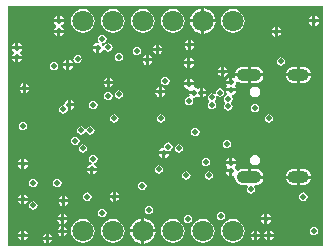
<source format=gbr>
%TF.GenerationSoftware,Altium Limited,Altium Designer,19.0.15 (446)*%
G04 Layer_Physical_Order=2*
G04 Layer_Color=5220458*
%FSLAX45Y45*%
%MOMM*%
%TF.FileFunction,Copper,L2,Inr,Signal*%
%TF.Part,Single*%
G01*
G75*
%TA.AperFunction,ComponentPad*%
%ADD31C,1.80000*%
G04:AMPARAMS|DCode=32|XSize=1mm|YSize=1.8mm|CornerRadius=0.5mm|HoleSize=0mm|Usage=FLASHONLY|Rotation=90.000|XOffset=0mm|YOffset=0mm|HoleType=Round|Shape=RoundedRectangle|*
%AMROUNDEDRECTD32*
21,1,1.00000,0.80000,0,0,90.0*
21,1,0.00000,1.80000,0,0,90.0*
1,1,1.00000,0.40000,0.00000*
1,1,1.00000,0.40000,0.00000*
1,1,1.00000,-0.40000,0.00000*
1,1,1.00000,-0.40000,0.00000*
%
%ADD32ROUNDEDRECTD32*%
G04:AMPARAMS|DCode=33|XSize=1mm|YSize=2.1mm|CornerRadius=0.5mm|HoleSize=0mm|Usage=FLASHONLY|Rotation=90.000|XOffset=0mm|YOffset=0mm|HoleType=Round|Shape=RoundedRectangle|*
%AMROUNDEDRECTD33*
21,1,1.00000,1.10000,0,0,90.0*
21,1,0.00000,2.10000,0,0,90.0*
1,1,1.00000,0.55000,0.00000*
1,1,1.00000,0.55000,0.00000*
1,1,1.00000,-0.55000,0.00000*
1,1,1.00000,-0.55000,0.00000*
%
%ADD33ROUNDEDRECTD33*%
%TA.AperFunction,ViaPad*%
%ADD34C,0.50000*%
G36*
X11938000Y5207000D02*
X9271000D01*
Y7239000D01*
X11938000D01*
Y5207000D01*
D02*
G37*
%LPC*%
G36*
X11874500Y7153316D02*
Y7124700D01*
X11903116D01*
X11902305Y7128778D01*
X11892801Y7143001D01*
X11878578Y7152505D01*
X11874500Y7153316D01*
D02*
G37*
G36*
X11849100D02*
X11845022Y7152505D01*
X11830799Y7143001D01*
X11821295Y7128778D01*
X11820484Y7124700D01*
X11849100D01*
Y7153316D01*
D02*
G37*
G36*
X10934700Y7219260D02*
Y7124700D01*
X11029260D01*
X11027220Y7140193D01*
X11016338Y7166466D01*
X10999026Y7189026D01*
X10976466Y7206338D01*
X10950193Y7217220D01*
X10934700Y7219260D01*
D02*
G37*
G36*
X10909300D02*
X10893807Y7217220D01*
X10867534Y7206338D01*
X10844974Y7189026D01*
X10827662Y7166466D01*
X10816780Y7140193D01*
X10814740Y7124700D01*
X10909300D01*
Y7219260D01*
D02*
G37*
G36*
X9715500Y7153316D02*
Y7124700D01*
X9744116D01*
X9743305Y7128778D01*
X9733801Y7143001D01*
X9719578Y7152505D01*
X9715500Y7153316D01*
D02*
G37*
G36*
X9690100D02*
X9686022Y7152505D01*
X9671799Y7143001D01*
X9662295Y7128778D01*
X9661484Y7124700D01*
X9690100D01*
Y7153316D01*
D02*
G37*
G36*
X11903116Y7099300D02*
X11874500D01*
Y7070684D01*
X11878578Y7071495D01*
X11892801Y7080999D01*
X11902305Y7095222D01*
X11903116Y7099300D01*
D02*
G37*
G36*
X11849100D02*
X11820484D01*
X11821295Y7095222D01*
X11830799Y7080999D01*
X11845022Y7071495D01*
X11849100Y7070684D01*
Y7099300D01*
D02*
G37*
G36*
X9744116D02*
X9661484D01*
X9662295Y7095222D01*
X9671799Y7080999D01*
X9681325Y7074634D01*
Y7060466D01*
X9671799Y7054101D01*
X9662295Y7039878D01*
X9661484Y7035800D01*
X9744116D01*
X9743305Y7039878D01*
X9733801Y7054101D01*
X9724275Y7060466D01*
Y7074634D01*
X9733801Y7080999D01*
X9743305Y7095222D01*
X9744116Y7099300D01*
D02*
G37*
G36*
X11557000Y7062916D02*
Y7034300D01*
X11585616D01*
X11584805Y7038378D01*
X11575301Y7052601D01*
X11561078Y7062105D01*
X11557000Y7062916D01*
D02*
G37*
G36*
X11531600D02*
X11527522Y7062105D01*
X11513299Y7052601D01*
X11503795Y7038378D01*
X11502984Y7034300D01*
X11531600D01*
Y7062916D01*
D02*
G37*
G36*
X11176000Y7212863D02*
X11149895Y7209426D01*
X11125569Y7199350D01*
X11104679Y7183321D01*
X11088650Y7162431D01*
X11078574Y7138105D01*
X11075137Y7112000D01*
X11078574Y7085895D01*
X11088650Y7061569D01*
X11104679Y7040679D01*
X11125569Y7024650D01*
X11149895Y7014574D01*
X11176000Y7011137D01*
X11202105Y7014574D01*
X11226431Y7024650D01*
X11247321Y7040679D01*
X11263350Y7061569D01*
X11273426Y7085895D01*
X11276863Y7112000D01*
X11273426Y7138105D01*
X11263350Y7162431D01*
X11247321Y7183321D01*
X11226431Y7199350D01*
X11202105Y7209426D01*
X11176000Y7212863D01*
D02*
G37*
G36*
X10668000D02*
X10641895Y7209426D01*
X10617569Y7199350D01*
X10596679Y7183321D01*
X10580650Y7162431D01*
X10570574Y7138105D01*
X10567137Y7112000D01*
X10570574Y7085895D01*
X10580650Y7061569D01*
X10596679Y7040679D01*
X10617569Y7024650D01*
X10641895Y7014574D01*
X10668000Y7011137D01*
X10694105Y7014574D01*
X10718431Y7024650D01*
X10739321Y7040679D01*
X10755350Y7061569D01*
X10765426Y7085895D01*
X10768863Y7112000D01*
X10765426Y7138105D01*
X10755350Y7162431D01*
X10739321Y7183321D01*
X10718431Y7199350D01*
X10694105Y7209426D01*
X10668000Y7212863D01*
D02*
G37*
G36*
X10414000D02*
X10387895Y7209426D01*
X10363569Y7199350D01*
X10342679Y7183321D01*
X10326650Y7162431D01*
X10316574Y7138105D01*
X10313137Y7112000D01*
X10316574Y7085895D01*
X10326650Y7061569D01*
X10342679Y7040679D01*
X10363569Y7024650D01*
X10387895Y7014574D01*
X10414000Y7011137D01*
X10440105Y7014574D01*
X10464431Y7024650D01*
X10485321Y7040679D01*
X10501350Y7061569D01*
X10511426Y7085895D01*
X10514863Y7112000D01*
X10511426Y7138105D01*
X10501350Y7162431D01*
X10485321Y7183321D01*
X10464431Y7199350D01*
X10440105Y7209426D01*
X10414000Y7212863D01*
D02*
G37*
G36*
X10160000D02*
X10133895Y7209426D01*
X10109569Y7199350D01*
X10088679Y7183321D01*
X10072650Y7162431D01*
X10062574Y7138105D01*
X10059137Y7112000D01*
X10062574Y7085895D01*
X10072650Y7061569D01*
X10088679Y7040679D01*
X10109569Y7024650D01*
X10133895Y7014574D01*
X10160000Y7011137D01*
X10186105Y7014574D01*
X10210431Y7024650D01*
X10231321Y7040679D01*
X10247350Y7061569D01*
X10257426Y7085895D01*
X10260863Y7112000D01*
X10257426Y7138105D01*
X10247350Y7162431D01*
X10231321Y7183321D01*
X10210431Y7199350D01*
X10186105Y7209426D01*
X10160000Y7212863D01*
D02*
G37*
G36*
X9906000D02*
X9879895Y7209426D01*
X9855569Y7199350D01*
X9834679Y7183321D01*
X9818650Y7162431D01*
X9808574Y7138105D01*
X9805137Y7112000D01*
X9808574Y7085895D01*
X9818650Y7061569D01*
X9834679Y7040679D01*
X9855569Y7024650D01*
X9879895Y7014574D01*
X9906000Y7011137D01*
X9932105Y7014574D01*
X9956431Y7024650D01*
X9977321Y7040679D01*
X9993350Y7061569D01*
X10003426Y7085895D01*
X10006863Y7112000D01*
X10003426Y7138105D01*
X9993350Y7162431D01*
X9977321Y7183321D01*
X9956431Y7199350D01*
X9932105Y7209426D01*
X9906000Y7212863D01*
D02*
G37*
G36*
X11029260Y7099300D02*
X10934700D01*
Y7004740D01*
X10950193Y7006780D01*
X10976466Y7017662D01*
X10999026Y7034974D01*
X11016338Y7057534D01*
X11027220Y7083807D01*
X11029260Y7099300D01*
D02*
G37*
G36*
X10909300D02*
X10814740D01*
X10816780Y7083807D01*
X10827662Y7057534D01*
X10844974Y7034974D01*
X10867534Y7017662D01*
X10893807Y7006780D01*
X10909300Y7004740D01*
Y7099300D01*
D02*
G37*
G36*
X9744116Y7010400D02*
X9715500D01*
Y6981784D01*
X9719578Y6982595D01*
X9733801Y6992099D01*
X9743305Y7006322D01*
X9744116Y7010400D01*
D02*
G37*
G36*
X9690100D02*
X9661484D01*
X9662295Y7006322D01*
X9671799Y6992099D01*
X9686022Y6982595D01*
X9690100Y6981784D01*
Y7010400D01*
D02*
G37*
G36*
X11585616Y7008900D02*
X11557000D01*
Y6980284D01*
X11561078Y6981095D01*
X11575301Y6990599D01*
X11584805Y7004822D01*
X11585616Y7008900D01*
D02*
G37*
G36*
X11531600D02*
X11502984D01*
X11503795Y7004822D01*
X11513299Y6990599D01*
X11527522Y6981095D01*
X11531600Y6980284D01*
Y7008900D01*
D02*
G37*
G36*
X10071100Y6995286D02*
X10057444Y6992569D01*
X10045866Y6984834D01*
X10038131Y6973256D01*
X10035414Y6959600D01*
X10038131Y6945944D01*
X10043350Y6938133D01*
X10036430Y6926560D01*
X10033000Y6927242D01*
X10016222Y6923905D01*
X10001999Y6914401D01*
X9992495Y6900178D01*
X9991684Y6896100D01*
X10033000D01*
Y6883400D01*
X10045700D01*
Y6842084D01*
X10049778Y6842895D01*
X10064001Y6852399D01*
X10073505Y6866622D01*
X10075512Y6876711D01*
X10088461D01*
X10088931Y6874348D01*
X10096666Y6862771D01*
X10108244Y6855035D01*
X10121900Y6852319D01*
X10135556Y6855035D01*
X10147134Y6862771D01*
X10154869Y6874348D01*
X10157586Y6888005D01*
X10154869Y6901661D01*
X10147134Y6913238D01*
X10135556Y6920974D01*
X10121900Y6923690D01*
X10108244Y6920974D01*
X10096666Y6913238D01*
X10088931Y6901661D01*
X10087545Y6894694D01*
X10074596D01*
X10073505Y6900178D01*
X10065561Y6912067D01*
X10069755Y6921617D01*
X10071679Y6924030D01*
X10084756Y6926631D01*
X10096334Y6934366D01*
X10104069Y6945944D01*
X10106786Y6959600D01*
X10104069Y6973256D01*
X10096334Y6984834D01*
X10084756Y6992569D01*
X10071100Y6995286D01*
D02*
G37*
G36*
X10820400Y6950116D02*
Y6921500D01*
X10849016D01*
X10848205Y6925578D01*
X10838701Y6939801D01*
X10824478Y6949305D01*
X10820400Y6950116D01*
D02*
G37*
G36*
X10795000D02*
X10790922Y6949305D01*
X10776699Y6939801D01*
X10767195Y6925578D01*
X10766384Y6921500D01*
X10795000D01*
Y6950116D01*
D02*
G37*
G36*
X9359900Y6924716D02*
Y6896100D01*
X9388516D01*
X9387705Y6900178D01*
X9378201Y6914401D01*
X9363978Y6923905D01*
X9359900Y6924716D01*
D02*
G37*
G36*
X9334500D02*
X9330422Y6923905D01*
X9316199Y6914401D01*
X9306695Y6900178D01*
X9305884Y6896100D01*
X9334500D01*
Y6924716D01*
D02*
G37*
G36*
X10550770Y6912016D02*
Y6883400D01*
X10579386D01*
X10578575Y6887478D01*
X10569071Y6901701D01*
X10554847Y6911205D01*
X10550770Y6912016D01*
D02*
G37*
G36*
X10525370D02*
X10521292Y6911205D01*
X10507068Y6901701D01*
X10497564Y6887478D01*
X10496753Y6883400D01*
X10525370D01*
Y6912016D01*
D02*
G37*
G36*
X10849016Y6896100D02*
X10820400D01*
Y6867484D01*
X10824478Y6868295D01*
X10838701Y6877799D01*
X10848205Y6892022D01*
X10849016Y6896100D01*
D02*
G37*
G36*
X10795000D02*
X10766384D01*
X10767195Y6892022D01*
X10776699Y6877799D01*
X10790922Y6868295D01*
X10795000Y6867484D01*
Y6896100D01*
D02*
G37*
G36*
X10020300Y6870700D02*
X9991684D01*
X9992495Y6866622D01*
X10001999Y6852399D01*
X10016222Y6842895D01*
X10020300Y6842084D01*
Y6870700D01*
D02*
G37*
G36*
X10579386Y6858000D02*
X10550770D01*
Y6829384D01*
X10554847Y6830195D01*
X10569071Y6839699D01*
X10578575Y6853922D01*
X10579386Y6858000D01*
D02*
G37*
G36*
X10525370D02*
X10496753D01*
X10497564Y6853922D01*
X10507068Y6839699D01*
X10521292Y6830195D01*
X10525370Y6829384D01*
Y6858000D01*
D02*
G37*
G36*
X10363200Y6893686D02*
X10349544Y6890969D01*
X10337966Y6883234D01*
X10330231Y6871656D01*
X10327514Y6858000D01*
X10330231Y6844344D01*
X10337966Y6832766D01*
X10349544Y6825031D01*
X10363200Y6822314D01*
X10376856Y6825031D01*
X10388434Y6832766D01*
X10396169Y6844344D01*
X10398886Y6858000D01*
X10396169Y6871656D01*
X10388434Y6883234D01*
X10376856Y6890969D01*
X10363200Y6893686D01*
D02*
G37*
G36*
X9388516Y6870700D02*
X9305884D01*
X9306695Y6866622D01*
X9316199Y6852399D01*
X9319617Y6850115D01*
Y6837415D01*
X9316199Y6835131D01*
X9306695Y6820908D01*
X9305884Y6816830D01*
X9388516D01*
X9387705Y6820908D01*
X9378201Y6835131D01*
X9374783Y6837415D01*
Y6850115D01*
X9378201Y6852399D01*
X9387705Y6866622D01*
X9388516Y6870700D01*
D02*
G37*
G36*
X10464800Y6823116D02*
Y6794500D01*
X10493416D01*
X10492605Y6798578D01*
X10483101Y6812801D01*
X10468878Y6822305D01*
X10464800Y6823116D01*
D02*
G37*
G36*
X10439400D02*
X10435322Y6822305D01*
X10421099Y6812801D01*
X10411595Y6798578D01*
X10410784Y6794500D01*
X10439400D01*
Y6823116D01*
D02*
G37*
G36*
X10210800Y6842886D02*
X10197144Y6840169D01*
X10185566Y6832434D01*
X10177831Y6820856D01*
X10175114Y6807200D01*
X10177831Y6793544D01*
X10185566Y6781966D01*
X10197144Y6774231D01*
X10210800Y6771514D01*
X10224456Y6774231D01*
X10236034Y6781966D01*
X10243769Y6793544D01*
X10246486Y6807200D01*
X10243769Y6820856D01*
X10236034Y6832434D01*
X10224456Y6840169D01*
X10210800Y6842886D01*
D02*
G37*
G36*
X10816400Y6797716D02*
Y6769100D01*
X10845016D01*
X10844205Y6773178D01*
X10834701Y6787401D01*
X10820478Y6796905D01*
X10816400Y6797716D01*
D02*
G37*
G36*
X10791000D02*
X10786922Y6796905D01*
X10772699Y6787401D01*
X10763195Y6773178D01*
X10762384Y6769100D01*
X10791000D01*
Y6797716D01*
D02*
G37*
G36*
X9388516Y6791430D02*
X9359900D01*
Y6762814D01*
X9363978Y6763625D01*
X9378201Y6773129D01*
X9387705Y6787352D01*
X9388516Y6791430D01*
D02*
G37*
G36*
X9334500D02*
X9305884D01*
X9306695Y6787352D01*
X9316199Y6773129D01*
X9330422Y6763625D01*
X9334500Y6762814D01*
Y6791430D01*
D02*
G37*
G36*
X9791700Y6782962D02*
Y6754345D01*
X9820316D01*
X9819505Y6758423D01*
X9810001Y6772647D01*
X9795778Y6782151D01*
X9791700Y6782962D01*
D02*
G37*
G36*
X9766300D02*
X9762222Y6782151D01*
X9747999Y6772647D01*
X9738495Y6758423D01*
X9737684Y6754345D01*
X9766300D01*
Y6782962D01*
D02*
G37*
G36*
X9860689Y6824697D02*
X9847033Y6821980D01*
X9835455Y6814245D01*
X9827720Y6802667D01*
X9825003Y6789011D01*
X9827720Y6775355D01*
X9835455Y6763777D01*
X9847033Y6756042D01*
X9860689Y6753325D01*
X9874345Y6756042D01*
X9885923Y6763777D01*
X9893658Y6775355D01*
X9896375Y6789011D01*
X9893658Y6802667D01*
X9885923Y6814245D01*
X9874345Y6821980D01*
X9860689Y6824697D01*
D02*
G37*
G36*
X10493416Y6769100D02*
X10464800D01*
Y6740484D01*
X10468878Y6741295D01*
X10483101Y6750799D01*
X10492605Y6765022D01*
X10493416Y6769100D01*
D02*
G37*
G36*
X10439400D02*
X10410784D01*
X10411595Y6765022D01*
X10421099Y6750799D01*
X10435322Y6741295D01*
X10439400Y6740484D01*
Y6769100D01*
D02*
G37*
G36*
X11582400Y6804786D02*
X11568744Y6802069D01*
X11557166Y6794334D01*
X11549431Y6782756D01*
X11546714Y6769100D01*
X11549431Y6755444D01*
X11557166Y6743866D01*
X11568744Y6736131D01*
X11582400Y6733414D01*
X11596056Y6736131D01*
X11607634Y6743866D01*
X11615369Y6755444D01*
X11618086Y6769100D01*
X11615369Y6782756D01*
X11607634Y6794334D01*
X11596056Y6802069D01*
X11582400Y6804786D01*
D02*
G37*
G36*
X10845016Y6743700D02*
X10816400D01*
Y6715084D01*
X10820478Y6715895D01*
X10834701Y6725399D01*
X10844205Y6739622D01*
X10845016Y6743700D01*
D02*
G37*
G36*
X10791000D02*
X10762384D01*
X10763195Y6739622D01*
X10772699Y6725399D01*
X10786922Y6715895D01*
X10791000Y6715084D01*
Y6743700D01*
D02*
G37*
G36*
X9820316Y6728945D02*
X9791700D01*
Y6700329D01*
X9795778Y6701140D01*
X9810001Y6710644D01*
X9819505Y6724868D01*
X9820316Y6728945D01*
D02*
G37*
G36*
X9766300D02*
X9737684D01*
X9738495Y6724868D01*
X9747999Y6710644D01*
X9762222Y6701140D01*
X9766300Y6700329D01*
Y6728945D01*
D02*
G37*
G36*
X11102700Y6724261D02*
Y6695644D01*
X11131316D01*
X11130505Y6699722D01*
X11121001Y6713946D01*
X11106778Y6723450D01*
X11102700Y6724261D01*
D02*
G37*
G36*
X11077300D02*
X11073222Y6723450D01*
X11058999Y6713946D01*
X11049495Y6699722D01*
X11048684Y6695644D01*
X11077300D01*
Y6724261D01*
D02*
G37*
G36*
X9661257Y6766686D02*
X9647601Y6763969D01*
X9636024Y6756234D01*
X9628288Y6744656D01*
X9625572Y6731000D01*
X9628288Y6717344D01*
X9636024Y6705766D01*
X9647601Y6698031D01*
X9661257Y6695314D01*
X9674914Y6698031D01*
X9686491Y6705766D01*
X9694226Y6717344D01*
X9696943Y6731000D01*
X9694226Y6744656D01*
X9686491Y6756234D01*
X9674914Y6763969D01*
X9661257Y6766686D01*
D02*
G37*
G36*
X11368250Y6723587D02*
X11325950D01*
Y6667701D01*
X11435165D01*
X11434500Y6672751D01*
X11427648Y6689293D01*
X11416748Y6703498D01*
X11402543Y6714398D01*
X11386002Y6721249D01*
X11368250Y6723587D01*
D02*
G37*
G36*
X11300550D02*
X11258250D01*
X11240498Y6721249D01*
X11223956Y6714398D01*
X11209752Y6703498D01*
X11198852Y6689293D01*
X11192000Y6672751D01*
X11191335Y6667701D01*
X11300550D01*
Y6723587D01*
D02*
G37*
G36*
X11771250D02*
X11743950D01*
Y6667700D01*
X11838164D01*
X11837499Y6672751D01*
X11830647Y6689293D01*
X11819748Y6703498D01*
X11805543Y6714398D01*
X11789001Y6721249D01*
X11771250Y6723587D01*
D02*
G37*
G36*
X11718550D02*
X11691250D01*
X11673498Y6721249D01*
X11656957Y6714398D01*
X11642752Y6703498D01*
X11631852Y6689293D01*
X11625000Y6672751D01*
X11624335Y6667700D01*
X11718550D01*
Y6723587D01*
D02*
G37*
G36*
X11131316Y6670244D02*
X11102700D01*
Y6641628D01*
X11106778Y6642439D01*
X11121001Y6651943D01*
X11130505Y6666167D01*
X11131316Y6670244D01*
D02*
G37*
G36*
X11077300D02*
X11048684D01*
X11049495Y6666167D01*
X11058999Y6651943D01*
X11073222Y6642439D01*
X11077300Y6641628D01*
Y6670244D01*
D02*
G37*
G36*
X11300550Y6642301D02*
X11191335D01*
X11192000Y6637248D01*
X11192195Y6636778D01*
X11181936Y6628358D01*
X11176778Y6631805D01*
X11172700Y6632616D01*
Y6591300D01*
X11160000D01*
Y6578600D01*
X11118684D01*
X11119495Y6574522D01*
X11128999Y6560299D01*
Y6558801D01*
X11119495Y6544578D01*
X11118684Y6540500D01*
X11201316D01*
X11200505Y6544578D01*
X11191001Y6558801D01*
Y6560299D01*
X11200505Y6574522D01*
X11203842Y6591300D01*
X11202967Y6595700D01*
X11214491Y6602865D01*
X11223956Y6595602D01*
X11240498Y6588750D01*
X11258250Y6586413D01*
X11300550D01*
Y6642301D01*
D02*
G37*
G36*
X11147300Y6632616D02*
X11143222Y6631805D01*
X11128999Y6622301D01*
X11119495Y6608078D01*
X11118684Y6604000D01*
X11147300D01*
Y6632616D01*
D02*
G37*
G36*
X10134600D02*
Y6604000D01*
X10163216D01*
X10162405Y6608078D01*
X10152901Y6622301D01*
X10138678Y6631805D01*
X10134600Y6632616D01*
D02*
G37*
G36*
X10109200D02*
X10105122Y6631805D01*
X10090899Y6622301D01*
X10081395Y6608078D01*
X10080584Y6604000D01*
X10109200D01*
Y6632616D01*
D02*
G37*
G36*
X10816400Y6619916D02*
Y6591300D01*
X10845016D01*
X10844205Y6595378D01*
X10834701Y6609601D01*
X10820478Y6619105D01*
X10816400Y6619916D01*
D02*
G37*
G36*
X10791000D02*
X10786922Y6619105D01*
X10772699Y6609601D01*
X10763195Y6595378D01*
X10762384Y6591300D01*
X10791000D01*
Y6619916D01*
D02*
G37*
G36*
X11838164Y6642300D02*
X11743950D01*
Y6586413D01*
X11771250D01*
X11789001Y6588750D01*
X11805543Y6595602D01*
X11819748Y6606502D01*
X11830647Y6620707D01*
X11837499Y6637248D01*
X11838164Y6642300D01*
D02*
G37*
G36*
X11718550D02*
X11624335D01*
X11625000Y6637248D01*
X11631852Y6620707D01*
X11642752Y6606502D01*
X11656957Y6595602D01*
X11673498Y6588750D01*
X11691250Y6586413D01*
X11718550D01*
Y6642300D01*
D02*
G37*
G36*
X11435165Y6642301D02*
X11325950D01*
Y6586413D01*
X11368250D01*
X11386002Y6588750D01*
X11402543Y6595602D01*
X11416748Y6606502D01*
X11427648Y6620707D01*
X11434500Y6637248D01*
X11435165Y6642301D01*
D02*
G37*
G36*
X10604500Y6639686D02*
X10590844Y6636969D01*
X10579266Y6629234D01*
X10571531Y6617656D01*
X10568814Y6604000D01*
X10571531Y6590344D01*
X10579266Y6578766D01*
X10590844Y6571031D01*
X10604500Y6568314D01*
X10618156Y6571031D01*
X10629734Y6578766D01*
X10637469Y6590344D01*
X10640186Y6604000D01*
X10637469Y6617656D01*
X10629734Y6629234D01*
X10618156Y6636969D01*
X10604500Y6639686D01*
D02*
G37*
G36*
X9423400Y6584316D02*
Y6555700D01*
X9452016D01*
X9451205Y6559778D01*
X9441701Y6574001D01*
X9427478Y6583505D01*
X9423400Y6584316D01*
D02*
G37*
G36*
X9398000D02*
X9393922Y6583505D01*
X9379699Y6574001D01*
X9370195Y6559778D01*
X9369384Y6555700D01*
X9398000D01*
Y6584316D01*
D02*
G37*
G36*
X10163216Y6578600D02*
X10134600D01*
Y6549984D01*
X10138678Y6550795D01*
X10152901Y6560299D01*
X10162405Y6574522D01*
X10163216Y6578600D01*
D02*
G37*
G36*
X10109200D02*
X10080584D01*
X10081395Y6574522D01*
X10090899Y6560299D01*
X10105122Y6550795D01*
X10109200Y6549984D01*
Y6578600D01*
D02*
G37*
G36*
X10574360Y6553316D02*
Y6524700D01*
X10602976D01*
X10602165Y6528778D01*
X10592661Y6543001D01*
X10578438Y6552505D01*
X10574360Y6553316D01*
D02*
G37*
G36*
X10548960D02*
X10544882Y6552505D01*
X10530659Y6543001D01*
X10521155Y6528778D01*
X10520344Y6524700D01*
X10548960D01*
Y6553316D01*
D02*
G37*
G36*
X10922000Y6547484D02*
Y6518868D01*
X10950616D01*
X10949805Y6522946D01*
X10940301Y6537169D01*
X10926078Y6546673D01*
X10922000Y6547484D01*
D02*
G37*
G36*
X9452016Y6530300D02*
X9423400D01*
Y6501684D01*
X9427478Y6502495D01*
X9441701Y6511999D01*
X9451205Y6526222D01*
X9452016Y6530300D01*
D02*
G37*
G36*
X9398000D02*
X9369384D01*
X9370195Y6526222D01*
X9379699Y6511999D01*
X9393922Y6502495D01*
X9398000Y6501684D01*
Y6530300D01*
D02*
G37*
G36*
X11067800Y6541854D02*
X11054144Y6539137D01*
X11042566Y6531401D01*
X11034831Y6519824D01*
X11032114Y6506168D01*
X11034031Y6496533D01*
X11026523Y6491574D01*
X11022327Y6490273D01*
X11011856Y6497269D01*
X10998200Y6499986D01*
X10984544Y6497269D01*
X10972966Y6489534D01*
X10965231Y6477956D01*
X10962514Y6464300D01*
X10965231Y6450644D01*
X10972966Y6439066D01*
X10973215Y6438900D01*
Y6426200D01*
X10972966Y6426034D01*
X10965231Y6414456D01*
X10962514Y6400800D01*
X10965231Y6387144D01*
X10972966Y6375566D01*
X10984544Y6367831D01*
X10998200Y6365114D01*
X11011856Y6367831D01*
X11023434Y6375566D01*
X11031169Y6387144D01*
X11033886Y6400800D01*
X11031169Y6414456D01*
X11023434Y6426034D01*
X11023185Y6426200D01*
Y6438900D01*
X11023434Y6439066D01*
X11031169Y6450644D01*
X11033886Y6464300D01*
X11031969Y6473934D01*
X11039478Y6478894D01*
X11043673Y6480195D01*
X11054144Y6473199D01*
X11067800Y6470482D01*
X11081456Y6473199D01*
X11093034Y6480934D01*
X11100769Y6492512D01*
X11103486Y6506168D01*
X11100769Y6519824D01*
X11093034Y6531401D01*
X11081456Y6539137D01*
X11067800Y6541854D01*
D02*
G37*
G36*
X10602976Y6499300D02*
X10574360D01*
Y6470684D01*
X10578438Y6471495D01*
X10592661Y6480999D01*
X10602165Y6495222D01*
X10602976Y6499300D01*
D02*
G37*
G36*
X10548960D02*
X10520344D01*
X10521155Y6495222D01*
X10530659Y6480999D01*
X10544882Y6471495D01*
X10548960Y6470684D01*
Y6499300D01*
D02*
G37*
G36*
X11363250Y6555333D02*
X11346667Y6552034D01*
X11332609Y6542641D01*
X11323216Y6528583D01*
X11319917Y6512000D01*
X11323216Y6495417D01*
X11332609Y6481359D01*
X11346667Y6471966D01*
X11363250Y6468667D01*
X11379832Y6471966D01*
X11393891Y6481359D01*
X11403284Y6495417D01*
X11406582Y6512000D01*
X11403284Y6528583D01*
X11393891Y6542641D01*
X11379832Y6552034D01*
X11363250Y6555333D01*
D02*
G37*
G36*
X10950616Y6493468D02*
X10922000D01*
Y6464852D01*
X10926078Y6465663D01*
X10940301Y6475167D01*
X10949805Y6489390D01*
X10950616Y6493468D01*
D02*
G37*
G36*
X10845016Y6565900D02*
X10762384D01*
X10763195Y6561822D01*
X10772699Y6547599D01*
X10786922Y6538095D01*
X10798592Y6535774D01*
X10805423Y6523137D01*
X10805295Y6522946D01*
X10804484Y6518868D01*
X10845800D01*
Y6493468D01*
X10804484D01*
X10805295Y6489390D01*
X10810052Y6482271D01*
X10803700Y6470586D01*
X10790044Y6467869D01*
X10778466Y6460134D01*
X10770731Y6448556D01*
X10768014Y6434900D01*
X10770731Y6421244D01*
X10778466Y6409666D01*
X10790044Y6401931D01*
X10803700Y6399214D01*
X10817356Y6401931D01*
X10828934Y6409666D01*
X10836669Y6421244D01*
X10839386Y6434900D01*
X10836669Y6448556D01*
X10834638Y6451597D01*
X10842275Y6463027D01*
X10845800Y6462325D01*
X10862578Y6465663D01*
X10876801Y6475167D01*
X10878299D01*
X10892522Y6465663D01*
X10896600Y6464852D01*
Y6506168D01*
Y6547484D01*
X10892522Y6546673D01*
X10878299Y6537169D01*
X10876801D01*
X10862578Y6546673D01*
X10850908Y6548994D01*
X10844077Y6561631D01*
X10844205Y6561822D01*
X10845016Y6565900D01*
D02*
G37*
G36*
X10210800Y6525386D02*
X10197144Y6522669D01*
X10185566Y6514934D01*
X10177831Y6503356D01*
X10175114Y6489700D01*
X10177831Y6476044D01*
X10185566Y6464466D01*
X10197144Y6456731D01*
X10210800Y6454014D01*
X10224456Y6456731D01*
X10236034Y6464466D01*
X10243769Y6476044D01*
X10246486Y6489700D01*
X10243769Y6503356D01*
X10236034Y6514934D01*
X10224456Y6522669D01*
X10210800Y6525386D01*
D02*
G37*
G36*
X10121900Y6512686D02*
X10108244Y6509969D01*
X10096666Y6502234D01*
X10088931Y6490656D01*
X10086214Y6477000D01*
X10088931Y6463344D01*
X10096666Y6451766D01*
X10108244Y6444031D01*
X10121900Y6441314D01*
X10135556Y6444031D01*
X10147134Y6451766D01*
X10154869Y6463344D01*
X10157586Y6477000D01*
X10154869Y6490656D01*
X10147134Y6502234D01*
X10135556Y6509969D01*
X10121900Y6512686D01*
D02*
G37*
G36*
X9804400Y6442116D02*
Y6413500D01*
X9833016D01*
X9832205Y6417578D01*
X9822701Y6431801D01*
X9808478Y6441305D01*
X9804400Y6442116D01*
D02*
G37*
G36*
X9994900Y6436486D02*
X9981244Y6433769D01*
X9969666Y6426034D01*
X9961931Y6414456D01*
X9959214Y6400800D01*
X9961931Y6387144D01*
X9969666Y6375566D01*
X9981244Y6367831D01*
X9994900Y6365114D01*
X10008556Y6367831D01*
X10020134Y6375566D01*
X10027869Y6387144D01*
X10030586Y6400800D01*
X10027869Y6414456D01*
X10020134Y6426034D01*
X10008556Y6433769D01*
X9994900Y6436486D01*
D02*
G37*
G36*
X9833016Y6388100D02*
X9804400D01*
Y6359484D01*
X9808478Y6360295D01*
X9822701Y6369799D01*
X9832205Y6384022D01*
X9833016Y6388100D01*
D02*
G37*
G36*
X9779000Y6442116D02*
X9774922Y6441305D01*
X9760699Y6431801D01*
X9751195Y6417578D01*
X9749608Y6409602D01*
X9740900Y6398386D01*
X9727244Y6395669D01*
X9715666Y6387934D01*
X9707931Y6376356D01*
X9705214Y6362700D01*
X9707931Y6349044D01*
X9715666Y6337466D01*
X9727244Y6329731D01*
X9740900Y6327014D01*
X9754556Y6329731D01*
X9766134Y6337466D01*
X9773869Y6349044D01*
X9776062Y6360068D01*
X9779000Y6359484D01*
Y6400800D01*
Y6442116D01*
D02*
G37*
G36*
X11201316Y6515100D02*
X11118684D01*
X11119495Y6511022D01*
X11128017Y6498269D01*
X11126755Y6490853D01*
X11124397Y6484600D01*
X11124244Y6484569D01*
X11112666Y6476834D01*
X11104931Y6465256D01*
X11102214Y6451600D01*
X11104931Y6437944D01*
X11112666Y6426366D01*
X11112915Y6426200D01*
Y6413500D01*
X11112666Y6413334D01*
X11104931Y6401756D01*
X11102214Y6388100D01*
X11104931Y6374444D01*
X11112666Y6362866D01*
X11124244Y6355131D01*
X11137900Y6352414D01*
X11151556Y6355131D01*
X11163134Y6362866D01*
X11170869Y6374444D01*
X11173586Y6388100D01*
X11170869Y6401756D01*
X11163134Y6413334D01*
X11162885Y6413500D01*
Y6426200D01*
X11163134Y6426366D01*
X11170869Y6437944D01*
X11173586Y6451600D01*
X11170869Y6465256D01*
X11166201Y6472242D01*
X11170211Y6485194D01*
X11171020Y6486150D01*
X11176778Y6487295D01*
X11191001Y6496799D01*
X11200505Y6511022D01*
X11201316Y6515100D01*
D02*
G37*
G36*
X11363250Y6411086D02*
X11349594Y6408369D01*
X11338016Y6400634D01*
X11330281Y6389056D01*
X11327564Y6375400D01*
X11330281Y6361744D01*
X11338016Y6350166D01*
X11349594Y6342431D01*
X11363250Y6339714D01*
X11376906Y6342431D01*
X11388483Y6350166D01*
X11396219Y6361744D01*
X11398936Y6375400D01*
X11396219Y6389056D01*
X11388483Y6400634D01*
X11376906Y6408369D01*
X11363250Y6411086D01*
D02*
G37*
G36*
X11480800Y6322186D02*
X11467144Y6319469D01*
X11455566Y6311734D01*
X11447831Y6300156D01*
X11445114Y6286500D01*
X11447831Y6272844D01*
X11455566Y6261266D01*
X11467144Y6253531D01*
X11480800Y6250814D01*
X11494456Y6253531D01*
X11506034Y6261266D01*
X11513769Y6272844D01*
X11516486Y6286500D01*
X11513769Y6300156D01*
X11506034Y6311734D01*
X11494456Y6319469D01*
X11480800Y6322186D01*
D02*
G37*
G36*
X10566400D02*
X10552744Y6319469D01*
X10541166Y6311734D01*
X10533431Y6300156D01*
X10530714Y6286500D01*
X10533431Y6272844D01*
X10541166Y6261266D01*
X10552744Y6253531D01*
X10566400Y6250814D01*
X10580056Y6253531D01*
X10591634Y6261266D01*
X10599369Y6272844D01*
X10602086Y6286500D01*
X10599369Y6300156D01*
X10591634Y6311734D01*
X10580056Y6319469D01*
X10566400Y6322186D01*
D02*
G37*
G36*
X10172700D02*
X10159044Y6319469D01*
X10147466Y6311734D01*
X10139731Y6300156D01*
X10137014Y6286500D01*
X10139731Y6272844D01*
X10147466Y6261266D01*
X10159044Y6253531D01*
X10172700Y6250814D01*
X10186356Y6253531D01*
X10197934Y6261266D01*
X10205669Y6272844D01*
X10208386Y6286500D01*
X10205669Y6300156D01*
X10197934Y6311734D01*
X10186356Y6319469D01*
X10172700Y6322186D01*
D02*
G37*
G36*
X9969500Y6220586D02*
X9955844Y6217869D01*
X9944266Y6210134D01*
X9938456Y6201437D01*
X9934570Y6200519D01*
X9928230D01*
X9924344Y6201437D01*
X9918534Y6210134D01*
X9906956Y6217869D01*
X9893300Y6220586D01*
X9879644Y6217869D01*
X9868066Y6210134D01*
X9860331Y6198556D01*
X9857614Y6184900D01*
X9860331Y6171244D01*
X9868066Y6159666D01*
X9879644Y6151931D01*
X9893300Y6149214D01*
X9906956Y6151931D01*
X9918534Y6159666D01*
X9924344Y6168363D01*
X9928230Y6169281D01*
X9934570D01*
X9938456Y6168363D01*
X9944266Y6159666D01*
X9955844Y6151931D01*
X9969500Y6149214D01*
X9983156Y6151931D01*
X9994734Y6159666D01*
X10002469Y6171244D01*
X10005186Y6184900D01*
X10002469Y6198556D01*
X9994734Y6210134D01*
X9983156Y6217869D01*
X9969500Y6220586D01*
D02*
G37*
G36*
X9398000Y6258686D02*
X9384344Y6255969D01*
X9372766Y6248234D01*
X9365031Y6236656D01*
X9362314Y6223000D01*
X9365031Y6209344D01*
X9372766Y6197766D01*
X9384344Y6190031D01*
X9398000Y6187314D01*
X9411656Y6190031D01*
X9423234Y6197766D01*
X9430969Y6209344D01*
X9433686Y6223000D01*
X9430969Y6236656D01*
X9423234Y6248234D01*
X9411656Y6255969D01*
X9398000Y6258686D01*
D02*
G37*
G36*
X10858500Y6207886D02*
X10844844Y6205169D01*
X10833266Y6197434D01*
X10825531Y6185856D01*
X10822814Y6172200D01*
X10825531Y6158544D01*
X10833266Y6146966D01*
X10844844Y6139231D01*
X10858500Y6136514D01*
X10872156Y6139231D01*
X10883734Y6146966D01*
X10891469Y6158544D01*
X10894186Y6172200D01*
X10891469Y6185856D01*
X10883734Y6197434D01*
X10872156Y6205169D01*
X10858500Y6207886D01*
D02*
G37*
G36*
X9842500Y6133686D02*
X9828844Y6130969D01*
X9817266Y6123234D01*
X9809531Y6111656D01*
X9806814Y6098000D01*
X9809531Y6084344D01*
X9817266Y6072766D01*
X9828844Y6065031D01*
X9842500Y6062314D01*
X9856156Y6065031D01*
X9867734Y6072766D01*
X9875469Y6084344D01*
X9878186Y6098000D01*
X9875469Y6111656D01*
X9867734Y6123234D01*
X9856156Y6130969D01*
X9842500Y6133686D01*
D02*
G37*
G36*
X11125200Y6106286D02*
X11111544Y6103569D01*
X11099966Y6095834D01*
X11092231Y6084256D01*
X11089514Y6070600D01*
X11092231Y6056944D01*
X11099966Y6045366D01*
X11111544Y6037631D01*
X11125200Y6034914D01*
X11138856Y6037631D01*
X11150434Y6045366D01*
X11158169Y6056944D01*
X11160886Y6070600D01*
X11158169Y6084256D01*
X11150434Y6095834D01*
X11138856Y6103569D01*
X11125200Y6106286D01*
D02*
G37*
G36*
X10629900Y6083686D02*
X10616244Y6080969D01*
X10604666Y6073234D01*
X10596931Y6061656D01*
X10594214Y6048000D01*
X10583533Y6036598D01*
X10575022Y6034905D01*
X10560799Y6025401D01*
X10551295Y6011178D01*
X10550484Y6007100D01*
X10633116D01*
X10632305Y6011177D01*
X10633034Y6012938D01*
X10643556Y6015031D01*
X10655134Y6022766D01*
X10662869Y6034344D01*
X10665586Y6048000D01*
X10662869Y6061656D01*
X10655134Y6073234D01*
X10643556Y6080969D01*
X10629900Y6083686D01*
D02*
G37*
G36*
X10718800Y6068186D02*
X10705144Y6065469D01*
X10693566Y6057734D01*
X10685831Y6046156D01*
X10683114Y6032500D01*
X10685831Y6018844D01*
X10693566Y6007266D01*
X10705144Y5999531D01*
X10718800Y5996814D01*
X10732456Y5999531D01*
X10744034Y6007266D01*
X10751769Y6018844D01*
X10754486Y6032500D01*
X10751769Y6046156D01*
X10744034Y6057734D01*
X10732456Y6065469D01*
X10718800Y6068186D01*
D02*
G37*
G36*
X9906000D02*
X9892344Y6065469D01*
X9880766Y6057734D01*
X9873031Y6046156D01*
X9870314Y6032500D01*
X9873031Y6018844D01*
X9880766Y6007266D01*
X9892344Y5999531D01*
X9906000Y5996814D01*
X9919656Y5999531D01*
X9931234Y6007266D01*
X9938969Y6018844D01*
X9941686Y6032500D01*
X9938969Y6046156D01*
X9931234Y6057734D01*
X9919656Y6065469D01*
X9906000Y6068186D01*
D02*
G37*
G36*
X10633116Y5981700D02*
X10604500D01*
Y5953084D01*
X10608578Y5953895D01*
X10622801Y5963399D01*
X10632305Y5977622D01*
X10633116Y5981700D01*
D02*
G37*
G36*
X10579100D02*
X10550484D01*
X10551295Y5977622D01*
X10560799Y5963399D01*
X10575022Y5953895D01*
X10579100Y5953084D01*
Y5981700D01*
D02*
G37*
G36*
X11172700Y5953514D02*
Y5924898D01*
X11201316D01*
X11200505Y5928976D01*
X11191001Y5943199D01*
X11176778Y5952703D01*
X11172700Y5953514D01*
D02*
G37*
G36*
X11147300D02*
X11143222Y5952703D01*
X11128999Y5943199D01*
X11119495Y5928976D01*
X11118684Y5924898D01*
X11147300D01*
Y5953514D01*
D02*
G37*
G36*
X9410700Y5944316D02*
Y5915700D01*
X9439316D01*
X9438505Y5919778D01*
X9429001Y5934001D01*
X9414778Y5943505D01*
X9410700Y5944316D01*
D02*
G37*
G36*
X9385300D02*
X9381222Y5943505D01*
X9366999Y5934001D01*
X9357495Y5919778D01*
X9356684Y5915700D01*
X9385300D01*
Y5944316D01*
D02*
G37*
G36*
X11363250Y5977333D02*
X11346667Y5974034D01*
X11332609Y5964641D01*
X11323216Y5950583D01*
X11319917Y5934000D01*
X11323216Y5917417D01*
X11332609Y5903359D01*
X11346667Y5893966D01*
X11363250Y5890667D01*
X11379832Y5893966D01*
X11393891Y5903359D01*
X11403284Y5917417D01*
X11406582Y5934000D01*
X11403284Y5950583D01*
X11393891Y5964641D01*
X11379832Y5974034D01*
X11363250Y5977333D01*
D02*
G37*
G36*
X10947400Y5952286D02*
X10933744Y5949569D01*
X10922166Y5941834D01*
X10914431Y5930256D01*
X10911714Y5916600D01*
X10914431Y5902944D01*
X10922166Y5891366D01*
X10933744Y5883631D01*
X10947400Y5880914D01*
X10961056Y5883631D01*
X10972634Y5891366D01*
X10980369Y5902944D01*
X10983086Y5916600D01*
X10980369Y5930256D01*
X10972634Y5941834D01*
X10961056Y5949569D01*
X10947400Y5952286D01*
D02*
G37*
G36*
X9994900Y5979286D02*
X9981244Y5976569D01*
X9969666Y5968834D01*
X9961931Y5957256D01*
X9959214Y5943600D01*
X9961931Y5929944D01*
X9969666Y5918366D01*
X9981105Y5910724D01*
X9981160Y5910005D01*
X9979559Y5898017D01*
X9965422Y5895205D01*
X9951199Y5885701D01*
X9941695Y5871478D01*
X9940884Y5867400D01*
X10023516D01*
X10022705Y5871478D01*
X10013201Y5885701D01*
X9998978Y5895205D01*
X9997541Y5895491D01*
Y5908440D01*
X10008556Y5910631D01*
X10020134Y5918366D01*
X10027869Y5929944D01*
X10030586Y5943600D01*
X10027869Y5957256D01*
X10020134Y5968834D01*
X10008556Y5976569D01*
X9994900Y5979286D01*
D02*
G37*
G36*
X9439316Y5890300D02*
X9410700D01*
Y5861684D01*
X9414778Y5862495D01*
X9429001Y5871999D01*
X9438505Y5886222D01*
X9439316Y5890300D01*
D02*
G37*
G36*
X9385300D02*
X9356684D01*
X9357495Y5886222D01*
X9366999Y5871999D01*
X9381222Y5862495D01*
X9385300Y5861684D01*
Y5890300D01*
D02*
G37*
G36*
X10548496Y5890386D02*
X10534839Y5887669D01*
X10523262Y5879934D01*
X10515527Y5868356D01*
X10512810Y5854700D01*
X10515527Y5841044D01*
X10523262Y5829466D01*
X10534839Y5821731D01*
X10548496Y5819014D01*
X10562152Y5821731D01*
X10573729Y5829466D01*
X10581465Y5841044D01*
X10584182Y5854700D01*
X10581465Y5868356D01*
X10573729Y5879934D01*
X10562152Y5887669D01*
X10548496Y5890386D01*
D02*
G37*
G36*
X10023516Y5842000D02*
X9994900D01*
Y5813384D01*
X9998978Y5814195D01*
X10013201Y5823699D01*
X10022705Y5837922D01*
X10023516Y5842000D01*
D02*
G37*
G36*
X9969500D02*
X9940884D01*
X9941695Y5837922D01*
X9951199Y5823699D01*
X9965422Y5814195D01*
X9969500Y5813384D01*
Y5842000D01*
D02*
G37*
G36*
X11368250Y5859587D02*
X11325949D01*
Y5803700D01*
X11435165D01*
X11434500Y5808752D01*
X11427648Y5825293D01*
X11416748Y5839498D01*
X11402543Y5850398D01*
X11386002Y5857250D01*
X11368250Y5859587D01*
D02*
G37*
G36*
X11771250D02*
X11743950D01*
Y5803700D01*
X11838165D01*
X11837499Y5808752D01*
X11830647Y5825293D01*
X11819748Y5839498D01*
X11805543Y5850398D01*
X11789001Y5857250D01*
X11771250Y5859587D01*
D02*
G37*
G36*
X11718550D02*
X11691250D01*
X11673498Y5857250D01*
X11656957Y5850398D01*
X11642752Y5839498D01*
X11631852Y5825293D01*
X11625000Y5808752D01*
X11624335Y5803700D01*
X11718550D01*
Y5859587D01*
D02*
G37*
G36*
X11147300Y5829300D02*
X11118684D01*
X11119495Y5825222D01*
X11128999Y5810999D01*
X11143222Y5801495D01*
X11147300Y5800684D01*
Y5829300D01*
D02*
G37*
G36*
X10972800Y5839586D02*
X10959144Y5836869D01*
X10947566Y5829134D01*
X10939831Y5817556D01*
X10937114Y5803900D01*
X10939831Y5790244D01*
X10947566Y5778666D01*
X10959144Y5770931D01*
X10972800Y5768214D01*
X10986456Y5770931D01*
X10998034Y5778666D01*
X11005769Y5790244D01*
X11008486Y5803900D01*
X11005769Y5817556D01*
X10998034Y5829134D01*
X10986456Y5836869D01*
X10972800Y5839586D01*
D02*
G37*
G36*
X10782300D02*
X10768644Y5836869D01*
X10757066Y5829134D01*
X10749331Y5817556D01*
X10746614Y5803900D01*
X10749331Y5790244D01*
X10757066Y5778666D01*
X10768644Y5770931D01*
X10782300Y5768214D01*
X10795956Y5770931D01*
X10807534Y5778666D01*
X10815269Y5790244D01*
X10817986Y5803900D01*
X10815269Y5817556D01*
X10807534Y5829134D01*
X10795956Y5836869D01*
X10782300Y5839586D01*
D02*
G37*
G36*
X11838164Y5778300D02*
X11743950D01*
Y5722413D01*
X11771250D01*
X11789001Y5724751D01*
X11805543Y5731602D01*
X11819748Y5742502D01*
X11830647Y5756707D01*
X11837499Y5773249D01*
X11838164Y5778300D01*
D02*
G37*
G36*
X11718550D02*
X11624335D01*
X11625000Y5773249D01*
X11631852Y5756707D01*
X11642752Y5742502D01*
X11656957Y5731602D01*
X11673498Y5724751D01*
X11691250Y5722413D01*
X11718550D01*
Y5778300D01*
D02*
G37*
G36*
X9690100Y5776086D02*
X9676444Y5773369D01*
X9664866Y5765634D01*
X9657131Y5754056D01*
X9654414Y5740400D01*
X9657131Y5726744D01*
X9664866Y5715166D01*
X9676444Y5707431D01*
X9690100Y5704714D01*
X9703756Y5707431D01*
X9715334Y5715166D01*
X9723069Y5726744D01*
X9725786Y5740400D01*
X9723069Y5754056D01*
X9715334Y5765634D01*
X9703756Y5773369D01*
X9690100Y5776086D01*
D02*
G37*
G36*
X9486900D02*
X9473244Y5773369D01*
X9461666Y5765634D01*
X9453931Y5754056D01*
X9451214Y5740400D01*
X9453931Y5726744D01*
X9461666Y5715166D01*
X9473244Y5707431D01*
X9486900Y5704714D01*
X9500556Y5707431D01*
X9512134Y5715166D01*
X9519869Y5726744D01*
X9522586Y5740400D01*
X9519869Y5754056D01*
X9512134Y5765634D01*
X9500556Y5773369D01*
X9486900Y5776086D01*
D02*
G37*
G36*
X10409022Y5752286D02*
X10395366Y5749569D01*
X10383789Y5741834D01*
X10376053Y5730256D01*
X10373337Y5716600D01*
X10376053Y5702944D01*
X10383789Y5691366D01*
X10395366Y5683631D01*
X10409022Y5680914D01*
X10422679Y5683631D01*
X10434256Y5691366D01*
X10441992Y5702944D01*
X10444708Y5716600D01*
X10441992Y5730256D01*
X10434256Y5741834D01*
X10422679Y5749569D01*
X10409022Y5752286D01*
D02*
G37*
G36*
X11201316Y5899498D02*
X11118684D01*
X11119495Y5895420D01*
X11125729Y5886091D01*
X11127975Y5877099D01*
X11125729Y5868107D01*
X11119495Y5858778D01*
X11118684Y5854700D01*
X11160000D01*
Y5842000D01*
X11172700D01*
Y5800684D01*
X11176778Y5801495D01*
X11178376Y5802563D01*
X11190216Y5795200D01*
X11189663Y5791000D01*
X11192000Y5773249D01*
X11198852Y5756707D01*
X11209752Y5742502D01*
X11223956Y5731602D01*
X11240498Y5724751D01*
X11258250Y5722413D01*
X11297038D01*
X11300413Y5716257D01*
X11302150Y5709713D01*
X11295431Y5699657D01*
X11292714Y5686000D01*
X11295431Y5672344D01*
X11303166Y5660767D01*
X11314744Y5653031D01*
X11328400Y5650315D01*
X11342056Y5653031D01*
X11353634Y5660767D01*
X11361369Y5672344D01*
X11364086Y5686000D01*
X11361369Y5699657D01*
X11354650Y5709713D01*
X11356387Y5716257D01*
X11359762Y5722413D01*
X11368250D01*
X11386002Y5724751D01*
X11402543Y5731602D01*
X11416748Y5742502D01*
X11427648Y5756707D01*
X11434500Y5773249D01*
X11435165Y5778300D01*
X11313249D01*
Y5791000D01*
X11300549D01*
Y5859587D01*
X11258250D01*
X11240498Y5857250D01*
X11223956Y5850398D01*
X11216291Y5844516D01*
X11202294Y5849784D01*
X11200505Y5858778D01*
X11194271Y5868107D01*
X11192025Y5877099D01*
X11194271Y5886091D01*
X11200505Y5895420D01*
X11201316Y5899498D01*
D02*
G37*
G36*
X10185400Y5665916D02*
Y5637300D01*
X10214016D01*
X10213205Y5641378D01*
X10203701Y5655601D01*
X10189478Y5665105D01*
X10185400Y5665916D01*
D02*
G37*
G36*
X10160000D02*
X10155922Y5665105D01*
X10141699Y5655601D01*
X10132195Y5641378D01*
X10131384Y5637300D01*
X10160000D01*
Y5665916D01*
D02*
G37*
G36*
X9410700Y5642016D02*
Y5613400D01*
X9439316D01*
X9438505Y5617478D01*
X9429001Y5631701D01*
X9414778Y5641205D01*
X9410700Y5642016D01*
D02*
G37*
G36*
X9385300D02*
X9381222Y5641205D01*
X9366999Y5631701D01*
X9357495Y5617478D01*
X9356684Y5613400D01*
X9385300D01*
Y5642016D01*
D02*
G37*
G36*
X9753600Y5629316D02*
Y5600700D01*
X9782216D01*
X9781405Y5604778D01*
X9771901Y5619001D01*
X9757678Y5628505D01*
X9753600Y5629316D01*
D02*
G37*
G36*
X9728200D02*
X9724122Y5628505D01*
X9709899Y5619001D01*
X9700395Y5604778D01*
X9699584Y5600700D01*
X9728200D01*
Y5629316D01*
D02*
G37*
G36*
X11772900Y5660286D02*
X11759244Y5657569D01*
X11747666Y5649834D01*
X11739931Y5638256D01*
X11737214Y5624600D01*
X11739931Y5610944D01*
X11747666Y5599366D01*
X11759244Y5591631D01*
X11772900Y5588914D01*
X11786556Y5591631D01*
X11798134Y5599366D01*
X11805869Y5610944D01*
X11808586Y5624600D01*
X11805869Y5638256D01*
X11798134Y5649834D01*
X11786556Y5657569D01*
X11772900Y5660286D01*
D02*
G37*
G36*
X9944100D02*
X9930443Y5657569D01*
X9918866Y5649834D01*
X9911131Y5638256D01*
X9908414Y5624600D01*
X9911131Y5610944D01*
X9918866Y5599366D01*
X9930443Y5591631D01*
X9944100Y5588914D01*
X9957756Y5591631D01*
X9969333Y5599366D01*
X9977069Y5610944D01*
X9979785Y5624600D01*
X9977069Y5638256D01*
X9969333Y5649834D01*
X9957756Y5657569D01*
X9944100Y5660286D01*
D02*
G37*
G36*
X10214016Y5611900D02*
X10185400D01*
Y5583284D01*
X10189478Y5584095D01*
X10203701Y5593599D01*
X10213205Y5607822D01*
X10214016Y5611900D01*
D02*
G37*
G36*
X10160000D02*
X10131384D01*
X10132195Y5607822D01*
X10141699Y5593599D01*
X10155922Y5584095D01*
X10160000Y5583284D01*
Y5611900D01*
D02*
G37*
G36*
X9439316Y5588000D02*
X9410700D01*
Y5559384D01*
X9414778Y5560195D01*
X9429001Y5569699D01*
X9438505Y5583922D01*
X9439316Y5588000D01*
D02*
G37*
G36*
X9385300D02*
X9356684D01*
X9357495Y5583922D01*
X9366999Y5569699D01*
X9381222Y5560195D01*
X9385300Y5559384D01*
Y5588000D01*
D02*
G37*
G36*
X9782216Y5575300D02*
X9753600D01*
Y5546684D01*
X9757678Y5547495D01*
X9771901Y5556999D01*
X9781405Y5571222D01*
X9782216Y5575300D01*
D02*
G37*
G36*
X9728200D02*
X9699584D01*
X9700395Y5571222D01*
X9709899Y5556999D01*
X9724122Y5547495D01*
X9728200Y5546684D01*
Y5575300D01*
D02*
G37*
G36*
X9486900Y5585586D02*
X9473244Y5582869D01*
X9461666Y5575134D01*
X9453931Y5563556D01*
X9451214Y5549900D01*
X9453931Y5536244D01*
X9461666Y5524666D01*
X9473244Y5516931D01*
X9486900Y5514214D01*
X9500556Y5516931D01*
X9512134Y5524666D01*
X9519869Y5536244D01*
X9522586Y5549900D01*
X9519869Y5563556D01*
X9512134Y5575134D01*
X9500556Y5582869D01*
X9486900Y5585586D01*
D02*
G37*
G36*
X10464800Y5547486D02*
X10451144Y5544769D01*
X10439566Y5537034D01*
X10431831Y5525456D01*
X10429114Y5511800D01*
X10431831Y5498144D01*
X10439566Y5486566D01*
X10451144Y5478831D01*
X10464800Y5476114D01*
X10478456Y5478831D01*
X10490034Y5486566D01*
X10497769Y5498144D01*
X10500486Y5511800D01*
X10497769Y5525456D01*
X10490034Y5537034D01*
X10478456Y5544769D01*
X10464800Y5547486D01*
D02*
G37*
G36*
X10071100Y5522086D02*
X10057444Y5519369D01*
X10045866Y5511634D01*
X10038131Y5500056D01*
X10035414Y5486400D01*
X10038131Y5472744D01*
X10045866Y5461166D01*
X10057444Y5453431D01*
X10071100Y5450714D01*
X10084756Y5453431D01*
X10096334Y5461166D01*
X10104069Y5472744D01*
X10106786Y5486400D01*
X10104069Y5500056D01*
X10096334Y5511634D01*
X10084756Y5519369D01*
X10071100Y5522086D01*
D02*
G37*
G36*
X11468100Y5476916D02*
Y5448300D01*
X11496716D01*
X11495905Y5452378D01*
X11486401Y5466601D01*
X11472178Y5476105D01*
X11468100Y5476916D01*
D02*
G37*
G36*
X11442700D02*
X11438622Y5476105D01*
X11424399Y5466601D01*
X11414895Y5452378D01*
X11414084Y5448300D01*
X11442700D01*
Y5476916D01*
D02*
G37*
G36*
X9744668D02*
Y5448300D01*
X9773284D01*
X9772473Y5452378D01*
X9762969Y5466601D01*
X9748746Y5476105D01*
X9744668Y5476916D01*
D02*
G37*
G36*
X9719268D02*
X9715190Y5476105D01*
X9700967Y5466601D01*
X9691463Y5452378D01*
X9690652Y5448300D01*
X9719268D01*
Y5476916D01*
D02*
G37*
G36*
X11074400Y5496686D02*
X11060744Y5493969D01*
X11049166Y5486234D01*
X11041431Y5474656D01*
X11038714Y5461000D01*
X11041431Y5447344D01*
X11049166Y5435766D01*
X11060744Y5428031D01*
X11074400Y5425314D01*
X11088056Y5428031D01*
X11099634Y5435766D01*
X11107369Y5447344D01*
X11110086Y5461000D01*
X11107369Y5474656D01*
X11099634Y5486234D01*
X11088056Y5493969D01*
X11074400Y5496686D01*
D02*
G37*
G36*
X10795000Y5471286D02*
X10781344Y5468569D01*
X10769766Y5460834D01*
X10762031Y5449256D01*
X10759314Y5435600D01*
X10762031Y5421944D01*
X10769766Y5410366D01*
X10781344Y5402631D01*
X10795000Y5399914D01*
X10808656Y5402631D01*
X10820234Y5410366D01*
X10827969Y5421944D01*
X10830686Y5435600D01*
X10827969Y5449256D01*
X10820234Y5460834D01*
X10808656Y5468569D01*
X10795000Y5471286D01*
D02*
G37*
G36*
X11496716Y5422900D02*
X11468100D01*
Y5394284D01*
X11472178Y5395095D01*
X11486401Y5404599D01*
X11495905Y5418822D01*
X11496716Y5422900D01*
D02*
G37*
G36*
X11442700D02*
X11414084D01*
X11414895Y5418822D01*
X11424399Y5404599D01*
X11438622Y5395095D01*
X11442700Y5394284D01*
Y5422900D01*
D02*
G37*
G36*
X9773284D02*
X9744668D01*
Y5394284D01*
X9748746Y5395095D01*
X9762969Y5404599D01*
X9772473Y5418822D01*
X9773284Y5422900D01*
D02*
G37*
G36*
X9719268D02*
X9690652D01*
X9691463Y5418822D01*
X9700967Y5404599D01*
X9715190Y5395095D01*
X9719268Y5394284D01*
Y5422900D01*
D02*
G37*
G36*
X10426700Y5441260D02*
Y5346700D01*
X10521260D01*
X10519220Y5362193D01*
X10508338Y5388466D01*
X10491026Y5411026D01*
X10468466Y5428338D01*
X10442193Y5439220D01*
X10426700Y5441260D01*
D02*
G37*
G36*
X10401300D02*
X10385807Y5439220D01*
X10359534Y5428338D01*
X10336974Y5411026D01*
X10319662Y5388466D01*
X10308780Y5362193D01*
X10306740Y5346700D01*
X10401300D01*
Y5441260D01*
D02*
G37*
G36*
X9744668Y5373816D02*
Y5345200D01*
X9773284D01*
X9772473Y5349278D01*
X9762969Y5363501D01*
X9748746Y5373005D01*
X9744668Y5373816D01*
D02*
G37*
G36*
X9719268D02*
X9715190Y5373005D01*
X9700967Y5363501D01*
X9691463Y5349278D01*
X9690652Y5345200D01*
X9719268D01*
Y5373816D01*
D02*
G37*
G36*
X11493500Y5337216D02*
Y5308600D01*
X11522116D01*
X11521305Y5312678D01*
X11511801Y5326901D01*
X11497578Y5336405D01*
X11493500Y5337216D01*
D02*
G37*
G36*
X11468100D02*
X11464022Y5336405D01*
X11449799Y5326901D01*
X11440295Y5312678D01*
X11439484Y5308600D01*
X11468100D01*
Y5337216D01*
D02*
G37*
G36*
X11379200D02*
Y5308600D01*
X11407816D01*
X11407005Y5312678D01*
X11397501Y5326901D01*
X11383278Y5336405D01*
X11379200Y5337216D01*
D02*
G37*
G36*
X11353800D02*
X11349722Y5336405D01*
X11335499Y5326901D01*
X11325995Y5312678D01*
X11325184Y5308600D01*
X11353800D01*
Y5337216D01*
D02*
G37*
G36*
X9410700D02*
Y5308600D01*
X9439316D01*
X9438505Y5312678D01*
X9429001Y5326901D01*
X9414778Y5336405D01*
X9410700Y5337216D01*
D02*
G37*
G36*
X9385300D02*
X9381222Y5336405D01*
X9366999Y5326901D01*
X9357495Y5312678D01*
X9356684Y5308600D01*
X9385300D01*
Y5337216D01*
D02*
G37*
G36*
X11861800Y5369686D02*
X11848144Y5366969D01*
X11836566Y5359234D01*
X11828831Y5347656D01*
X11826114Y5334000D01*
X11828831Y5320344D01*
X11836566Y5308766D01*
X11848144Y5301031D01*
X11861800Y5298314D01*
X11875456Y5301031D01*
X11887034Y5308766D01*
X11894769Y5320344D01*
X11897486Y5334000D01*
X11894769Y5347656D01*
X11887034Y5359234D01*
X11875456Y5366969D01*
X11861800Y5369686D01*
D02*
G37*
G36*
X9773284Y5319800D02*
X9744668D01*
Y5291184D01*
X9748746Y5291995D01*
X9762969Y5301499D01*
X9772473Y5315722D01*
X9773284Y5319800D01*
D02*
G37*
G36*
X9719268D02*
X9690652D01*
X9691463Y5315722D01*
X9700967Y5301499D01*
X9715190Y5291995D01*
X9719268Y5291184D01*
Y5319800D01*
D02*
G37*
G36*
X9617700Y5311816D02*
Y5283200D01*
X9646316D01*
X9645505Y5287278D01*
X9636001Y5301501D01*
X9621778Y5311005D01*
X9617700Y5311816D01*
D02*
G37*
G36*
X9592300D02*
X9588222Y5311005D01*
X9573999Y5301501D01*
X9564495Y5287278D01*
X9563684Y5283200D01*
X9592300D01*
Y5311816D01*
D02*
G37*
G36*
X11522116Y5283200D02*
X11493500D01*
Y5254584D01*
X11497578Y5255395D01*
X11511801Y5264899D01*
X11521305Y5279122D01*
X11522116Y5283200D01*
D02*
G37*
G36*
X11468100D02*
X11439484D01*
X11440295Y5279122D01*
X11449799Y5264899D01*
X11464022Y5255395D01*
X11468100Y5254584D01*
Y5283200D01*
D02*
G37*
G36*
X11407816D02*
X11379200D01*
Y5254584D01*
X11383278Y5255395D01*
X11397501Y5264899D01*
X11407005Y5279122D01*
X11407816Y5283200D01*
D02*
G37*
G36*
X11353800D02*
X11325184D01*
X11325995Y5279122D01*
X11335499Y5264899D01*
X11349722Y5255395D01*
X11353800Y5254584D01*
Y5283200D01*
D02*
G37*
G36*
X9439316D02*
X9410700D01*
Y5254584D01*
X9414778Y5255395D01*
X9429001Y5264899D01*
X9438505Y5279122D01*
X9439316Y5283200D01*
D02*
G37*
G36*
X9385300D02*
X9356684D01*
X9357495Y5279122D01*
X9366999Y5264899D01*
X9381222Y5255395D01*
X9385300Y5254584D01*
Y5283200D01*
D02*
G37*
G36*
X11176000Y5434863D02*
X11149895Y5431426D01*
X11125569Y5421350D01*
X11104679Y5405321D01*
X11088650Y5384431D01*
X11078574Y5360105D01*
X11075137Y5334000D01*
X11078574Y5307895D01*
X11088650Y5283569D01*
X11104679Y5262679D01*
X11125569Y5246650D01*
X11149895Y5236574D01*
X11176000Y5233137D01*
X11202105Y5236574D01*
X11226431Y5246650D01*
X11247321Y5262679D01*
X11263350Y5283569D01*
X11273426Y5307895D01*
X11276863Y5334000D01*
X11273426Y5360105D01*
X11263350Y5384431D01*
X11247321Y5405321D01*
X11226431Y5421350D01*
X11202105Y5431426D01*
X11176000Y5434863D01*
D02*
G37*
G36*
X10922000D02*
X10895895Y5431426D01*
X10871569Y5421350D01*
X10850679Y5405321D01*
X10834650Y5384431D01*
X10824574Y5360105D01*
X10821137Y5334000D01*
X10824574Y5307895D01*
X10834650Y5283569D01*
X10850679Y5262679D01*
X10871569Y5246650D01*
X10895895Y5236574D01*
X10922000Y5233137D01*
X10948105Y5236574D01*
X10972431Y5246650D01*
X10993321Y5262679D01*
X11009350Y5283569D01*
X11019426Y5307895D01*
X11022863Y5334000D01*
X11019426Y5360105D01*
X11009350Y5384431D01*
X10993321Y5405321D01*
X10972431Y5421350D01*
X10948105Y5431426D01*
X10922000Y5434863D01*
D02*
G37*
G36*
X10668000D02*
X10641895Y5431426D01*
X10617569Y5421350D01*
X10596679Y5405321D01*
X10580650Y5384431D01*
X10570574Y5360105D01*
X10567137Y5334000D01*
X10570574Y5307895D01*
X10580650Y5283569D01*
X10596679Y5262679D01*
X10617569Y5246650D01*
X10641895Y5236574D01*
X10668000Y5233137D01*
X10694105Y5236574D01*
X10718431Y5246650D01*
X10739321Y5262679D01*
X10755350Y5283569D01*
X10765426Y5307895D01*
X10768863Y5334000D01*
X10765426Y5360105D01*
X10755350Y5384431D01*
X10739321Y5405321D01*
X10718431Y5421350D01*
X10694105Y5431426D01*
X10668000Y5434863D01*
D02*
G37*
G36*
X10160000D02*
X10133895Y5431426D01*
X10109569Y5421350D01*
X10088679Y5405321D01*
X10072650Y5384431D01*
X10062574Y5360105D01*
X10059137Y5334000D01*
X10062574Y5307895D01*
X10072650Y5283569D01*
X10088679Y5262679D01*
X10109569Y5246650D01*
X10133895Y5236574D01*
X10160000Y5233137D01*
X10186105Y5236574D01*
X10210431Y5246650D01*
X10231321Y5262679D01*
X10247350Y5283569D01*
X10257426Y5307895D01*
X10260863Y5334000D01*
X10257426Y5360105D01*
X10247350Y5384431D01*
X10231321Y5405321D01*
X10210431Y5421350D01*
X10186105Y5431426D01*
X10160000Y5434863D01*
D02*
G37*
G36*
X9906000D02*
X9879895Y5431426D01*
X9855569Y5421350D01*
X9834679Y5405321D01*
X9818650Y5384431D01*
X9808574Y5360105D01*
X9805137Y5334000D01*
X9808574Y5307895D01*
X9818650Y5283569D01*
X9834679Y5262679D01*
X9855569Y5246650D01*
X9879895Y5236574D01*
X9906000Y5233137D01*
X9932105Y5236574D01*
X9956431Y5246650D01*
X9977321Y5262679D01*
X9993350Y5283569D01*
X10003426Y5307895D01*
X10006863Y5334000D01*
X10003426Y5360105D01*
X9993350Y5384431D01*
X9977321Y5405321D01*
X9956431Y5421350D01*
X9932105Y5431426D01*
X9906000Y5434863D01*
D02*
G37*
G36*
X9646316Y5257800D02*
X9617700D01*
Y5229184D01*
X9621778Y5229995D01*
X9636001Y5239499D01*
X9645505Y5253722D01*
X9646316Y5257800D01*
D02*
G37*
G36*
X9592300D02*
X9563684D01*
X9564495Y5253722D01*
X9573999Y5239499D01*
X9588222Y5229995D01*
X9592300Y5229184D01*
Y5257800D01*
D02*
G37*
G36*
X10521260Y5321300D02*
X10426700D01*
Y5226740D01*
X10442193Y5228780D01*
X10468466Y5239662D01*
X10491026Y5256974D01*
X10508338Y5279534D01*
X10519220Y5305807D01*
X10521260Y5321300D01*
D02*
G37*
G36*
X10401300D02*
X10306740D01*
X10308780Y5305807D01*
X10319662Y5279534D01*
X10336974Y5256974D01*
X10359534Y5239662D01*
X10385807Y5228780D01*
X10401300Y5226740D01*
Y5321300D01*
D02*
G37*
%LPD*%
D31*
X10414000Y5334000D02*
D03*
X10668000D02*
D03*
X10160000D02*
D03*
X9906000D02*
D03*
X10922000D02*
D03*
X11176000D02*
D03*
X10414000Y7112000D02*
D03*
X10668000D02*
D03*
X10160000D02*
D03*
X9906000D02*
D03*
X10922000D02*
D03*
X11176000D02*
D03*
D32*
X11731250Y6655000D02*
D03*
Y5791000D02*
D03*
D33*
X11313250Y6655000D02*
D03*
Y5791000D02*
D03*
D34*
X9779000Y6741645D02*
D03*
X11090000Y6682944D02*
D03*
X11480800Y5295900D02*
D03*
X11366500D02*
D03*
X9731968Y5435600D02*
D03*
Y5332500D02*
D03*
X10561660Y6512000D02*
D03*
X10071100Y6959600D02*
D03*
X10604500Y6604000D02*
D03*
X10998200Y6400800D02*
D03*
X11067800Y6506168D02*
D03*
X11480800Y6286500D02*
D03*
X10464800Y5511800D02*
D03*
X10071100Y5486400D02*
D03*
X11582400Y6769100D02*
D03*
X11363250Y6375400D02*
D03*
X11137900Y6388100D02*
D03*
X11328400Y5686000D02*
D03*
X11125200Y6070600D02*
D03*
X11160000Y5912198D02*
D03*
Y5842000D02*
D03*
X11772900Y5624600D02*
D03*
X10548496Y5854700D02*
D03*
X10210800Y6489700D02*
D03*
X9994900Y6400800D02*
D03*
Y5943600D02*
D03*
X9969500Y6184900D02*
D03*
X9486900Y5549900D02*
D03*
X9893300Y6184900D02*
D03*
X9486900Y5740400D02*
D03*
X10795000Y5435600D02*
D03*
X9842500Y6098000D02*
D03*
X11074400Y5461000D02*
D03*
X9906000Y6032500D02*
D03*
X10172700Y5624600D02*
D03*
X9982200Y5854700D02*
D03*
X9791700Y6400800D02*
D03*
X9740900Y6362700D02*
D03*
X9661257Y6731000D02*
D03*
X10172700Y6286500D02*
D03*
X10566400D02*
D03*
X10121900Y6888005D02*
D03*
Y6477000D02*
D03*
X9690100Y5740400D02*
D03*
X10409022Y5716600D02*
D03*
X10591800Y5994400D02*
D03*
X10629900Y6048000D02*
D03*
X9740900Y5588000D02*
D03*
X9944100Y5624600D02*
D03*
X9605000Y5270500D02*
D03*
X9398000Y5295900D02*
D03*
Y5600700D02*
D03*
Y5903000D02*
D03*
Y6223000D02*
D03*
X9410700Y6543000D02*
D03*
X9347200Y6883400D02*
D03*
Y6804130D02*
D03*
X9702800Y7112000D02*
D03*
Y7023100D02*
D03*
X9860689Y6789011D02*
D03*
X10033000Y6883400D02*
D03*
X10121900Y6591300D02*
D03*
X10452100Y6781800D02*
D03*
X10363200Y6858000D02*
D03*
X10210800Y6807200D02*
D03*
X11544300Y7021600D02*
D03*
X11861800Y7112000D02*
D03*
X10947400Y5916600D02*
D03*
X10858500Y6172200D02*
D03*
X10718800Y6032500D02*
D03*
X10782300Y5803900D02*
D03*
X10972800D02*
D03*
X11160000Y6591300D02*
D03*
Y6527800D02*
D03*
X10538070Y6870700D02*
D03*
X10803700Y6756400D02*
D03*
X10807700Y6908800D02*
D03*
X10803700Y6434900D02*
D03*
Y6578600D02*
D03*
X10909300Y6506168D02*
D03*
X10845800D02*
D03*
X10998200Y6464300D02*
D03*
X11137900Y6451600D02*
D03*
X11455400Y5435600D02*
D03*
X11861800Y5334000D02*
D03*
%TF.MD5,8ef234b76501ef0ed7b1f39eaac57646*%
M02*

</source>
